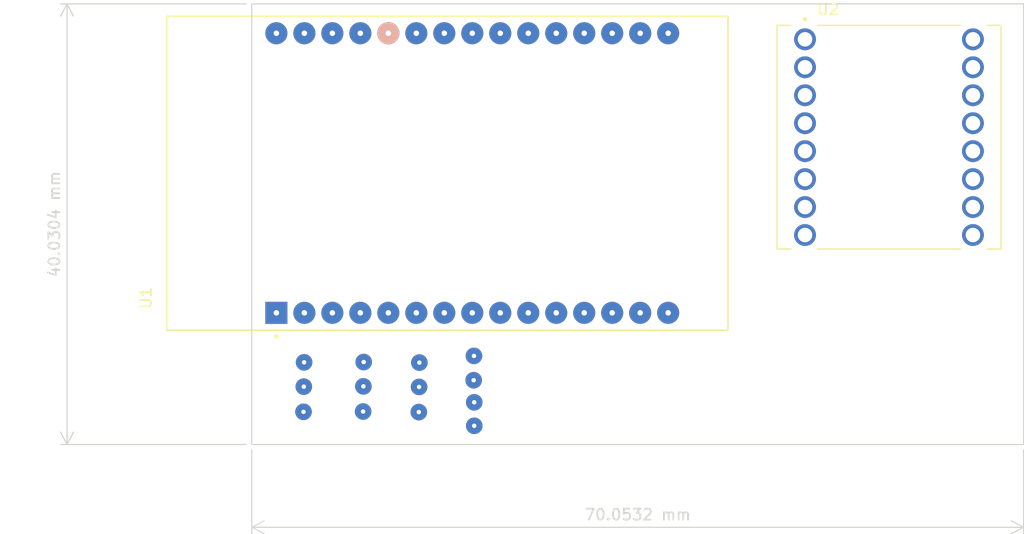
<source format=kicad_pcb>
(kicad_pcb (version 20221018) (generator pcbnew)
  (layers (0 "F.Cu" signal) (31 "B.Cu" signal) (34 "B.Paste" user) (35 "F.Paste" user) (36 "B.SilkS" user "B.Silkscreen") (37 "F.SilkS" user "F.Silkscreen") (38 "B.Mask" user) (39 "F.Mask" user) (44 "Edge.Cuts" user))
  (net 0 "")
  (net 2 "GND")
  (net 4 "Net-(U1-D2)")
  (net 5 "Net-(U1-D4)")
  (net 9 "Net-(U1-D18)")
  (net 10 "Net-(U1-D19)")
  (net 11 "Net-(U1-D21)")
  (net 19 "SP")
  (net 21 "Net-(U1-D32)")
  (net 23 "SPA")
  (net 24 "SPD")
  (net 25 "Net-(U1-D27)")
  (net 26 "SI")
  (net 28 "SD")
  (net 29 "5v")
  (footprint "librerias add:MODULE_ESP32_DEVKIT_V1" (layer "F.Cu") (at 96.6724 116.2812 90)
    (fp_text reference "U1" (at -12.0662 -30.1584 90) (layer "F.SilkS"))
    (fp_text value "ESP32-DEVKIT-V1")
    (fp_line (start -14.9912 -28.2734) (end -3.9222 -28.2734) (stroke (width 0.127)) (layer "F.SilkS"))
    (fp_line (start -14.9912 -28.2734) (end 13.5188 -28.2734) (stroke (width 0.127)) (layer "F.SilkS"))
    (fp_line (start -14.9912 22.6766) (end -14.9912 -28.2734) (stroke (width 0.127)) (layer "F.SilkS"))
    (fp_line (start -14.9912 22.6766) (end -14.9912 -28.2734) (stroke (width 0.127)) (layer "F.SilkS"))
    (fp_line (start -14.9912 22.6766) (end -9.6212 22.6766) (stroke (width 0.127)) (layer "F.SilkS"))
    (fp_line (start -9.6212 22.6766) (end 8.0688 22.6766) (stroke (width 0.127)) (layer "F.SilkS"))
    (fp_line (start -3.9222 -28.2734) (end 2.7888 -28.2734) (stroke (width 0.127)) (layer "F.SilkS"))
    (fp_line (start 2.7888 -28.2734) (end 13.5188 -28.2734) (stroke (width 0.127)) (layer "F.SilkS"))
    (fp_line (start 8.0688 22.6766) (end 13.5188 22.6766) (stroke (width 0.127)) (layer "F.SilkS"))
    (fp_line (start 13.5188 -28.2734) (end 13.5188 22.6766) (stroke (width 0.127)) (layer "F.SilkS"))
    (fp_line (start 13.5188 -28.2734) (end 13.5188 22.6766) (stroke (width 0.127)) (layer "F.SilkS"))
    (fp_line (start 13.5188 22.6766) (end -14.9912 22.6766) (stroke (width 0.127)) (layer "F.SilkS"))
    (fp_circle (center -15.5612 -18.3134) (end -15.4612 -18.3134) (stroke (width 0.2)) (fill none) (layer "F.SilkS"))
    (pad "" np_thru_hole circle (at -12.9912 -26.2734 90) (size 3 3) (drill 3) (layers "*.Cu" "*.Mask"))
    (pad "" np_thru_hole circle (at -12.9912 20.6766 90) (size 3 3) (drill 3) (layers "*.Cu" "*.Mask"))
    (pad "" np_thru_hole circle (at 11.5188 -26.2734 90) (size 3 3) (drill 3) (layers "*.Cu" "*.Mask"))
    (pad "" np_thru_hole circle (at 11.5188 20.6766 90) (size 3 3) (drill 3) (layers "*.Cu" "*.Mask"))
    (pad "1" thru_hole rect (at -13.4112 -18.3134 90) (size 2 2) (drill 0.5) (layers "*.Cu" "*.Mask"))
    (pad "2" thru_hole circle (at -13.4112 -15.7734 90) (size 2 2) (drill 0.5) (layers "*.Cu" "*.Mask") (net 2 "GND"))
    (pad "3" thru_hole circle (at -13.4112 -13.2334 90) (size 2 2) (drill 0.5) (layers "*.Cu" "*.Mask"))
    (pad "4" thru_hole circle (at -13.4112 -10.6934 90) (size 2 2) (drill 0.5) (layers "*.Cu" "*.Mask") (net 4 "Net-(U1-D2)"))
    (pad "5" thru_hole circle (at -13.4112 -8.1534 90) (size 2 2) (drill 0.5) (layers "*.Cu" "*.Mask") (net 5 "Net-(U1-D4)"))
    (pad "6" thru_hole circle (at -13.4112 -5.6134 90) (size 2 2) (drill 0.5) (layers "*.Cu" "*.Mask"))
    (pad "7" thru_hole circle (at -13.4112 -3.0734 90) (size 2 2) (drill 0.5) (layers "*.Cu" "*.Mask"))
    (pad "8" thru_hole circle (at -13.4112 -0.5334 90) (size 2 2) (drill 0.5) (layers "*.Cu" "*.Mask"))
    (pad "9" thru_hole circle (at -13.4112 2.0066 90) (size 2 2) (drill 0.5) (layers "*.Cu" "*.Mask") (net 9 "Net-(U1-D18)"))
    (pad "10" thru_hole circle (at -13.4112 4.5466 90) (size 2 2) (drill 0.5) (layers "*.Cu" "*.Mask") (net 10 "Net-(U1-D19)"))
    (pad "11" thru_hole circle (at -13.4112 7.0866 90) (size 2 2) (drill 0.5) (layers "*.Cu" "*.Mask") (net 11 "Net-(U1-D21)"))
    (pad "12" thru_hole circle (at -13.4112 9.6266 90) (size 2 2) (drill 0.5) (layers "*.Cu" "*.Mask"))
    (pad "13" thru_hole circle (at -13.4112 12.1666 90) (size 2 2) (drill 0.5) (layers "*.Cu" "*.Mask"))
    (pad "14" thru_hole circle (at -13.4112 14.7066 90) (size 2 2) (drill 0.5) (layers "*.Cu" "*.Mask"))
    (pad "15" thru_hole circle (at -13.4112 17.2466 90) (size 2 2) (drill 0.5) (layers "*.Cu" "*.Mask"))
    (pad "16" thru_hole circle (at 11.9888 17.2466 90) (size 2 2) (drill 0.5) (layers "*.Cu" "*.Mask"))
    (pad "17" thru_hole circle (at 11.9888 14.7066 90) (size 2 2) (drill 0.5) (layers "*.Cu" "*.Mask"))
    (pad "18" thru_hole circle (at 11.9888 12.1666 90) (size 2 2) (drill 0.5) (layers "*.Cu" "*.Mask"))
    (pad "19" thru_hole circle (at 11.9888 9.6266 90) (size 2 2) (drill 0.5) (layers "*.Cu" "*.Mask") (net 19 "SP"))
    (pad "20" thru_hole circle (at 11.9888 7.0866 90) (size 2 2) (drill 0.5) (layers "*.Cu" "*.Mask"))
    (pad "21" thru_hole circle (at 11.9888 4.5466 90) (size 2 2) (drill 0.5) (layers "*.Cu" "*.Mask") (net 21 "Net-(U1-D32)"))
    (pad "22" thru_hole circle (at 11.9888 2.0066 90) (size 2 2) (drill 0.5) (layers "*.Cu" "*.Mask"))
    (pad "23" thru_hole circle (at 11.9888 -0.5334 90) (size 2 2) (drill 0.5) (layers "*.Cu" "*.Mask") (net 23 "SPA"))
    (pad "24" thru_hole circle (at 11.9888 -3.0734 90) (size 2 2) (drill 0.5) (layers "*.Cu" "*.Mask") (net 24 "SPD"))
    (pad "25" thru_hole circle (at 11.9888 -5.6134 90) (size 2 2) (drill 0.5) (layers "*.Cu" "*.Mask") (net 25 "Net-(U1-D27)"))
    (pad "26" thru_hole circle (at 11.9888 -8.1534 90) (size 2 2) (drill 0.5) (layers "*.Cu" "*.Mask" "B.SilkS") (net 26 "SI"))
    (pad "27" thru_hole circle (at 11.9888 -10.6934 90) (size 2 2) (drill 0.5) (layers "*.Cu" "*.Mask"))
    (pad "28" thru_hole circle (at 11.9888 -13.2334 90) (size 2 2) (drill 0.5) (layers "*.Cu" "*.Mask") (net 28 "SD"))
    (pad "29" thru_hole circle (at 11.9888 -15.7734 90) (size 2 2) (drill 0.5) (layers "*.Cu" "*.Mask") (net 2 "GND"))
    (pad "30" thru_hole circle (at 11.9888 -18.3134 90) (size 2 2) (drill 0.5) (layers "*.Cu" "*.Mask") (net 29 "5v"))
  )
  (footprint "librerias add:MODULE_ROB-14450" (layer "F.Cu") (at 133.9596 113.7338)
    (fp_text reference "U2" (at -5.5332 -11.6132) (layer "F.SilkS"))
    (fp_text value "ROB-14450")
    (fp_line (start -10.16 -10.16) (end -10.16 10.16) (stroke (width 0.127)) (layer "F.SilkS"))
    (fp_line (start -8.89 -10.16) (end -10.16 -10.16) (stroke (width 0.127)) (layer "F.SilkS"))
    (fp_line (start -8.89 10.16) (end -10.16 10.16) (stroke (width 0.127)) (layer "F.SilkS"))
    (fp_line (start -6.5 -10.16) (end 6.5 -10.16) (stroke (width 0.127)) (layer "F.SilkS"))
    (fp_line (start -6.5 10.16) (end 6.5 10.16) (stroke (width 0.127)) (layer "F.SilkS"))
    (fp_line (start 8.89 -10.16) (end 10.16 -10.16) (stroke (width 0.127)) (layer "F.SilkS"))
    (fp_line (start 8.89 10.16) (end 10.16 10.16) (stroke (width 0.127)) (layer "F.SilkS"))
    (fp_line (start 10.16 10.16) (end 10.16 -10.16) (stroke (width 0.127)) (layer "F.SilkS"))
    (fp_circle (center -7.62 -10.7282) (end -7.52 -10.7282) (stroke (width 0.2)) (fill none) (layer "F.SilkS"))
    (pad "1" thru_hole circle (at -7.62 -8.89) (size 1.98 1.98) (drill 1.32) (layers "*.Cu" "*.Mask") (net 29 "5v"))
    (pad "2" thru_hole circle (at -7.62 -6.35) (size 1.98 1.98) (drill 1.32) (layers "*.Cu" "*.Mask") (net 29 "5v"))
    (pad "3" thru_hole circle (at -7.62 -3.81) (size 1.98 1.98) (drill 1.32) (layers "*.Cu" "*.Mask") (net 2 "GND"))
    (pad "4" thru_hole circle (at -7.62 -1.27) (size 1.98 1.98) (drill 1.32) (layers "*.Cu" "*.Mask"))
    (pad "5" thru_hole circle (at -7.62 1.27) (size 1.98 1.98) (drill 1.32) (layers "*.Cu" "*.Mask"))
    (pad "6" thru_hole circle (at -7.62 3.81) (size 1.98 1.98) (drill 1.32) (layers "*.Cu" "*.Mask"))
    (pad "7" thru_hole circle (at -7.62 6.35) (size 1.98 1.98) (drill 1.32) (layers "*.Cu" "*.Mask"))
    (pad "8" thru_hole circle (at -7.62 8.89) (size 1.98 1.98) (drill 1.32) (layers "*.Cu" "*.Mask") (net 2 "GND"))
    (pad "9" thru_hole circle (at 7.62 8.89) (size 1.98 1.98) (drill 1.32) (layers "*.Cu" "*.Mask") (net 2 "GND"))
    (pad "10" thru_hole circle (at 7.62 6.35) (size 1.98 1.98) (drill 1.32) (layers "*.Cu" "*.Mask") (net 25 "Net-(U1-D27)"))
    (pad "11" thru_hole circle (at 7.62 3.81) (size 1.98 1.98) (drill 1.32) (layers "*.Cu" "*.Mask") (net 11 "Net-(U1-D21)"))
    (pad "12" thru_hole circle (at 7.62 1.27) (size 1.98 1.98) (drill 1.32) (layers "*.Cu" "*.Mask") (net 9 "Net-(U1-D18)"))
    (pad "13" thru_hole circle (at 7.62 -1.27) (size 1.98 1.98) (drill 1.32) (layers "*.Cu" "*.Mask") (net 21 "Net-(U1-D32)"))
    (pad "14" thru_hole circle (at 7.62 -3.81) (size 1.98 1.98) (drill 1.32) (layers "*.Cu" "*.Mask") (net 4 "Net-(U1-D2)"))
    (pad "15" thru_hole circle (at 7.62 -6.35) (size 1.98 1.98) (drill 1.32) (layers "*.Cu" "*.Mask") (net 5 "Net-(U1-D4)"))
    (pad "16" thru_hole circle (at 7.62 -8.89) (size 1.98 1.98) (drill 1.32) (layers "*.Cu" "*.Mask") (net 10 "Net-(U1-D19)"))
  )
  (gr_rect (start 76.1238 101.6254) (end 146.177 141.6558) (stroke (width 0.1)) (fill none) (layer "Edge.Cuts"))
  (dimension (type aligned) (layer "Edge.Cuts") (pts (xy 76.1238 101.6254) (xy 76.1238 141.6558)) (height 16.764) (gr_text "40,0304 mm" (at 58.2098 121.6406 90) (layer "Edge.Cuts") (effects (font (size 1 1) (thickness 0.15)))) (format (prefix "") (suffix "") (units 3) (units_format 1) (precision 4)) (style (thickness 0.1) (arrow_length 1.27) (text_position_mode 0) (extension_height 0.58642) (extension_offset 0.5) keep_text_aligned))
  (dimension (type aligned) (layer "Edge.Cuts") (pts (xy 76.1238 141.6558) (xy 146.177 141.6558)) (height 7.518399) (gr_text "70,0532 mm" (at 111.1504 148.024199) (layer "Edge.Cuts") (effects (font (size 1 1) (thickness 0.15)))) (format (prefix "") (suffix "") (units 3) (units_format 1) (precision 4)) (style (thickness 0.1) (arrow_length 1.27) (text_position_mode 0) (extension_height 0.58642) (extension_offset 0.5) keep_text_aligned))
  (via (at 80.8228 138.684) (size 1.5) (drill 0.4) (layers "F.Cu" "B.Cu") (net 0))
  (via (at 86.2584 136.3726) (size 1.5) (drill 0.4) (layers "F.Cu" "B.Cu") (net 0))
  (via (at 80.8482 136.398) (size 1.5) (drill 0.4) (layers "F.Cu" "B.Cu") (net 0))
  (via (at 91.313 136.4234) (size 1.5) (drill 0.4) (layers "F.Cu" "B.Cu") (net 0))
  (via (at 96.3168 137.8204) (size 1.5) (drill 0.4) (layers "F.Cu" "B.Cu") (net 0))
  (via (at 86.233 138.6586) (size 1.5) (drill 0.4) (layers "F.Cu" "B.Cu") (net 0))
  (via (at 96.3168 139.954) (size 1.5) (drill 0.4) (layers "F.Cu" "B.Cu") (net 0))
  (via (at 91.2876 138.7094) (size 1.5) (drill 0.4) (layers "F.Cu" "B.Cu") (net 0))
  (via (at 80.8736 134.1882) (size 1.5) (drill 0.4) (layers "F.Cu" "B.Cu") (net 19))
  (via (at 96.266 135.8138) (size 1.5) (drill 0.4) (layers "F.Cu" "B.Cu") (net 23))
  (via (at 96.2914 133.604) (size 1.5) (drill 0.4) (layers "F.Cu" "B.Cu") (net 24))
  (via (at 86.2838 134.1628) (size 1.5) (drill 0.4) (layers "F.Cu" "B.Cu") (net 26))
  (via (at 91.3384 134.2136) (size 1.5) (drill 0.4) (layers "F.Cu" "B.Cu") (net 28))
)
</source>
